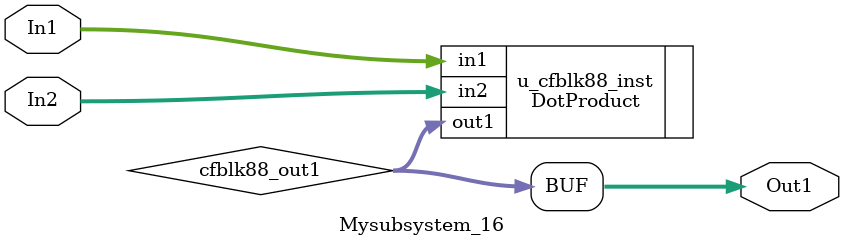
<source format=v>



`timescale 1 ns / 1 ns

module Mysubsystem_16
          (In1,
           In2,
           Out1);


  input   [7:0] In1;  // uint8
  input   [7:0] In2;  // uint8
  output  [15:0] Out1;  // uint16


  wire [15:0] cfblk88_out1;  // uint16


  DotProduct u_cfblk88_inst (.in1(In1),  // uint8
                             .in2(In2),  // uint8
                             .out1(cfblk88_out1)  // uint16
                             );

  assign Out1 = cfblk88_out1;

endmodule  // Mysubsystem_16


</source>
